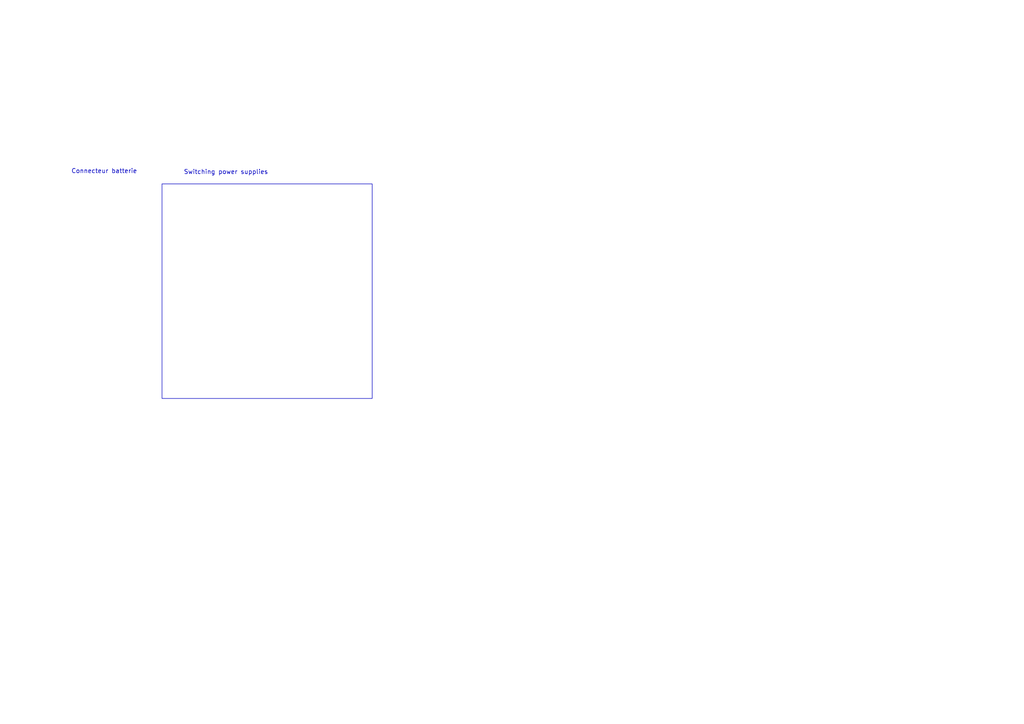
<source format=kicad_sch>
(kicad_sch
	(version 20250114)
	(generator "eeschema")
	(generator_version "9.0")
	(uuid "b623f4b4-f308-447f-ae18-20875668a26a")
	(paper "A4")
	(lib_symbols)
	(rectangle
		(start 46.99 53.34)
		(end 107.95 115.57)
		(stroke
			(width 0)
			(type default)
		)
		(fill
			(type none)
		)
		(uuid f28eeb8d-21ac-4829-837c-edc821945cd7)
	)
	(text "Switching power supplies"
		(exclude_from_sim no)
		(at 65.532 50.038 0)
		(effects
			(font
				(size 1.27 1.27)
			)
		)
		(uuid "18b5b563-1682-4855-abe5-3a70b62d4f24")
	)
	(text "Connecteur batterie\n"
		(exclude_from_sim no)
		(at 30.226 49.784 0)
		(effects
			(font
				(size 1.27 1.27)
			)
		)
		(uuid "ecd80ac4-03d5-458f-9cbd-d0a10e22cd98")
	)
)

</source>
